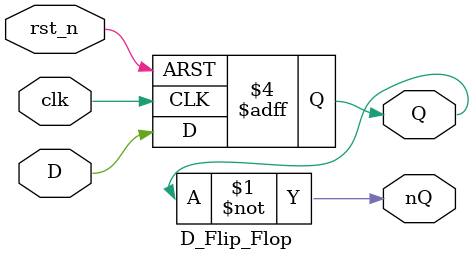
<source format=v>
`timescale 1ns / 1ps


module D_Flip_Flop(
        input D,
        input clk,
        input rst_n,
        output reg Q,
        output nQ
    );
    assign nQ=~Q;
    always @(posedge clk,negedge rst_n)
    begin
        if(!rst_n)Q<=1'b0;
        else Q<=D;
    end
endmodule

</source>
